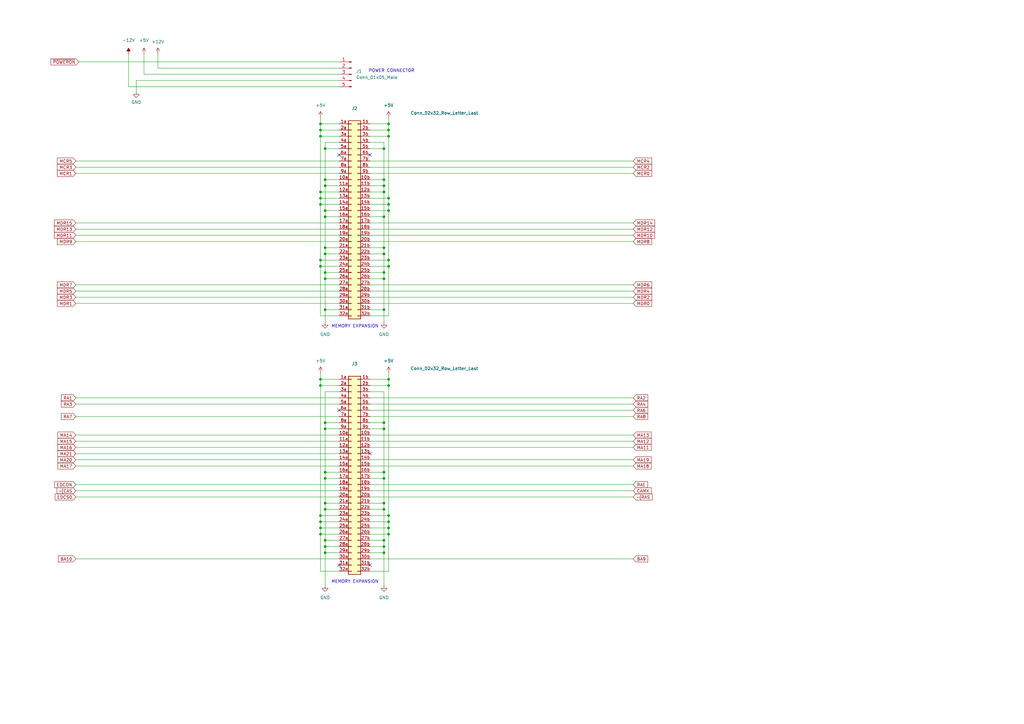
<source format=kicad_sch>
(kicad_sch (version 20211123) (generator eeschema)
  (paper "A3")
  (lib_symbols
    (symbol "Connector:Conn_01x05_Male" (pin_names (offset 1.016) hide)
      (property "Reference" "J" (at 0 7.62 0))
      (property "Value" "Conn_01x05_Male" (at 0 -7.62 0))
      (symbol "Conn_01x05_Male_1_1"
        (polyline (pts (xy 1.27 -5.08) (xy 0.8636 -5.08)) (stroke (width 0.1524)))
        (polyline (pts (xy 1.27 -2.54) (xy 0.8636 -2.54)) (stroke (width 0.1524)))
        (polyline (pts (xy 1.27 0) (xy 0.8636 0)) (stroke (width 0.1524)))
        (polyline (pts (xy 1.27 2.54) (xy 0.8636 2.54)) (stroke (width 0.1524)))
        (polyline (pts (xy 1.27 5.08) (xy 0.8636 5.08)) (stroke (width 0.1524)))
        (rectangle (start 0.8636 -4.953) (end 0 -5.207) (stroke (width 0.1524)) (fill (type outline)))
        (rectangle (start 0.8636 -2.413) (end 0 -2.667) (stroke (width 0.1524)) (fill (type outline)))
        (rectangle (start 0.8636 0.127) (end 0 -0.127) (stroke (width 0.1524)) (fill (type outline)))
        (rectangle (start 0.8636 2.667) (end 0 2.413) (stroke (width 0.1524)) (fill (type outline)))
        (rectangle (start 0.8636 5.207) (end 0 4.953) (stroke (width 0.1524)) (fill (type outline)))
        (pin passive line (at 5.08 5.08 180) (length 3.81) (name "Pin_1") (number "1"))
        (pin passive line (at 5.08 2.54 180) (length 3.81) (name "Pin_2") (number "2"))
        (pin passive line (at 5.08 0 180) (length 3.81) (name "Pin_3") (number "3"))
        (pin passive line (at 5.08 -2.54 180) (length 3.81) (name "Pin_4") (number "4"))
        (pin passive line (at 5.08 -5.08 180) (length 3.81) (name "Pin_5") (number "5"))
      )
    )
    (symbol "Connector_Generic:Conn_02x32_Row_Letter_Last" (pin_names (offset 1.016) hide)
      (property "Reference" "J" (at 1.27 40.64 0))
      (property "Value" "Conn_02x32_Row_Letter_Last" (at 1.27 -43.18 0))
      (symbol "Conn_02x32_Row_Letter_Last_1_1"
        (rectangle (start -1.27 -40.513) (end 0 -40.767) (stroke (width 0.1524)))
        (rectangle (start -1.27 -37.973) (end 0 -38.227) (stroke (width 0.1524)))
        (rectangle (start -1.27 -35.433) (end 0 -35.687) (stroke (width 0.1524)))
        (rectangle (start -1.27 -32.893) (end 0 -33.147) (stroke (width 0.1524)))
        (rectangle (start -1.27 -30.353) (end 0 -30.607) (stroke (width 0.1524)))
        (rectangle (start -1.27 -27.813) (end 0 -28.067) (stroke (width 0.1524)))
        (rectangle (start -1.27 -25.273) (end 0 -25.527) (stroke (width 0.1524)))
        (rectangle (start -1.27 -22.733) (end 0 -22.987) (stroke (width 0.1524)))
        (rectangle (start -1.27 -20.193) (end 0 -20.447) (stroke (width 0.1524)))
        (rectangle (start -1.27 -17.653) (end 0 -17.907) (stroke (width 0.1524)))
        (rectangle (start -1.27 -15.113) (end 0 -15.367) (stroke (width 0.1524)))
        (rectangle (start -1.27 -12.573) (end 0 -12.827) (stroke (width 0.1524)))
        (rectangle (start -1.27 -10.033) (end 0 -10.287) (stroke (width 0.1524)))
        (rectangle (start -1.27 -7.493) (end 0 -7.747) (stroke (width 0.1524)))
        (rectangle (start -1.27 -4.953) (end 0 -5.207) (stroke (width 0.1524)))
        (rectangle (start -1.27 -2.413) (end 0 -2.667) (stroke (width 0.1524)))
        (rectangle (start -1.27 0.127) (end 0 -0.127) (stroke (width 0.1524)))
        (rectangle (start -1.27 2.667) (end 0 2.413) (stroke (width 0.1524)))
        (rectangle (start -1.27 5.207) (end 0 4.953) (stroke (width 0.1524)))
        (rectangle (start -1.27 7.747) (end 0 7.493) (stroke (width 0.1524)))
        (rectangle (start -1.27 10.287) (end 0 10.033) (stroke (width 0.1524)))
        (rectangle (start -1.27 12.827) (end 0 12.573) (stroke (width 0.1524)))
        (rectangle (start -1.27 15.367) (end 0 15.113) (stroke (width 0.1524)))
        (rectangle (start -1.27 17.907) (end 0 17.653) (stroke (width 0.1524)))
        (rectangle (start -1.27 20.447) (end 0 20.193) (stroke (width 0.1524)))
        (rectangle (start -1.27 22.987) (end 0 22.733) (stroke (width 0.1524)))
        (rectangle (start -1.27 25.527) (end 0 25.273) (stroke (width 0.1524)))
        (rectangle (start -1.27 28.067) (end 0 27.813) (stroke (width 0.1524)))
        (rectangle (start -1.27 30.607) (end 0 30.353) (stroke (width 0.1524)))
        (rectangle (start -1.27 33.147) (end 0 32.893) (stroke (width 0.1524)))
        (rectangle (start -1.27 35.687) (end 0 35.433) (stroke (width 0.1524)))
        (rectangle (start -1.27 38.227) (end 0 37.973) (stroke (width 0.1524)))
        (rectangle (start -1.27 39.37) (end 3.81 -41.91) (stroke (width 0.254)) (fill (type background)))
        (rectangle (start 3.81 -40.513) (end 2.54 -40.767) (stroke (width 0.1524)))
        (rectangle (start 3.81 -37.973) (end 2.54 -38.227) (stroke (width 0.1524)))
        (rectangle (start 3.81 -35.433) (end 2.54 -35.687) (stroke (width 0.1524)))
        (rectangle (start 3.81 -32.893) (end 2.54 -33.147) (stroke (width 0.1524)))
        (rectangle (start 3.81 -30.353) (end 2.54 -30.607) (stroke (width 0.1524)))
        (rectangle (start 3.81 -27.813) (end 2.54 -28.067) (stroke (width 0.1524)))
        (rectangle (start 3.81 -25.273) (end 2.54 -25.527) (stroke (width 0.1524)))
        (rectangle (start 3.81 -22.733) (end 2.54 -22.987) (stroke (width 0.1524)))
        (rectangle (start 3.81 -20.193) (end 2.54 -20.447) (stroke (width 0.1524)))
        (rectangle (start 3.81 -17.653) (end 2.54 -17.907) (stroke (width 0.1524)))
        (rectangle (start 3.81 -15.113) (end 2.54 -15.367) (stroke (width 0.1524)))
        (rectangle (start 3.81 -12.573) (end 2.54 -12.827) (stroke (width 0.1524)))
        (rectangle (start 3.81 -10.033) (end 2.54 -10.287) (stroke (width 0.1524)))
        (rectangle (start 3.81 -7.493) (end 2.54 -7.747) (stroke (width 0.1524)))
        (rectangle (start 3.81 -4.953) (end 2.54 -5.207) (stroke (width 0.1524)))
        (rectangle (start 3.81 -2.413) (end 2.54 -2.667) (stroke (width 0.1524)))
        (rectangle (start 3.81 0.127) (end 2.54 -0.127) (stroke (width 0.1524)))
        (rectangle (start 3.81 2.667) (end 2.54 2.413) (stroke (width 0.1524)))
        (rectangle (start 3.81 5.207) (end 2.54 4.953) (stroke (width 0.1524)))
        (rectangle (start 3.81 7.747) (end 2.54 7.493) (stroke (width 0.1524)))
        (rectangle (start 3.81 10.287) (end 2.54 10.033) (stroke (width 0.1524)))
        (rectangle (start 3.81 12.827) (end 2.54 12.573) (stroke (width 0.1524)))
        (rectangle (start 3.81 15.367) (end 2.54 15.113) (stroke (width 0.1524)))
        (rectangle (start 3.81 17.907) (end 2.54 17.653) (stroke (width 0.1524)))
        (rectangle (start 3.81 20.447) (end 2.54 20.193) (stroke (width 0.1524)))
        (rectangle (start 3.81 22.987) (end 2.54 22.733) (stroke (width 0.1524)))
        (rectangle (start 3.81 25.527) (end 2.54 25.273) (stroke (width 0.1524)))
        (rectangle (start 3.81 28.067) (end 2.54 27.813) (stroke (width 0.1524)))
        (rectangle (start 3.81 30.607) (end 2.54 30.353) (stroke (width 0.1524)))
        (rectangle (start 3.81 33.147) (end 2.54 32.893) (stroke (width 0.1524)))
        (rectangle (start 3.81 35.687) (end 2.54 35.433) (stroke (width 0.1524)))
        (rectangle (start 3.81 38.227) (end 2.54 37.973) (stroke (width 0.1524)))
        (pin passive line (at -5.08 15.24 0) (length 3.81) (name "Pin_10a") (number "10a"))
        (pin passive line (at 7.62 15.24 180) (length 3.81) (name "Pin_10b") (number "10b"))
        (pin passive line (at -5.08 12.7 0) (length 3.81) (name "Pin_11a") (number "11a"))
        (pin passive line (at 7.62 12.7 180) (length 3.81) (name "Pin_11b") (number "11b"))
        (pin passive line (at -5.08 10.16 0) (length 3.81) (name "Pin_12a") (number "12a"))
        (pin passive line (at 7.62 10.16 180) (length 3.81) (name "Pin_12b") (number "12b"))
        (pin passive line (at -5.08 7.62 0) (length 3.81) (name "Pin_13a") (number "13a"))
        (pin passive line (at 7.62 7.62 180) (length 3.81) (name "Pin_13b") (number "13b"))
        (pin passive line (at -5.08 5.08 0) (length 3.81) (name "Pin_14a") (number "14a"))
        (pin passive line (at 7.62 5.08 180) (length 3.81) (name "Pin_14b") (number "14b"))
        (pin passive line (at -5.08 2.54 0) (length 3.81) (name "Pin_15a") (number "15a"))
        (pin passive line (at 7.62 2.54 180) (length 3.81) (name "Pin_15b") (number "15b"))
        (pin passive line (at -5.08 0 0) (length 3.81) (name "Pin_16a") (number "16a"))
        (pin passive line (at 7.62 0 180) (length 3.81) (name "Pin_16b") (number "16b"))
        (pin passive line (at -5.08 -2.54 0) (length 3.81) (name "Pin_17a") (number "17a"))
        (pin passive line (at 7.62 -2.54 180) (length 3.81) (name "Pin_17b") (number "17b"))
        (pin passive line (at -5.08 -5.08 0) (length 3.81) (name "Pin_18a") (number "18a"))
        (pin passive line (at 7.62 -5.08 180) (length 3.81) (name "Pin_18b") (number "18b"))
        (pin passive line (at -5.08 -7.62 0) (length 3.81) (name "Pin_19a") (number "19a"))
        (pin passive line (at 7.62 -7.62 180) (length 3.81) (name "Pin_19b") (number "19b"))
        (pin passive line (at -5.08 38.1 0) (length 3.81) (name "Pin_1a") (number "1a"))
        (pin passive line (at 7.62 38.1 180) (length 3.81) (name "Pin_1b") (number "1b"))
        (pin passive line (at -5.08 -10.16 0) (length 3.81) (name "Pin_20a") (number "20a"))
        (pin passive line (at 7.62 -10.16 180) (length 3.81) (name "Pin_20b") (number "20b"))
        (pin passive line (at -5.08 -12.7 0) (length 3.81) (name "Pin_21a") (number "21a"))
        (pin passive line (at 7.62 -12.7 180) (length 3.81) (name "Pin_21b") (number "21b"))
        (pin passive line (at -5.08 -15.24 0) (length 3.81) (name "Pin_22a") (number "22a"))
        (pin passive line (at 7.62 -15.24 180) (length 3.81) (name "Pin_22b") (number "22b"))
        (pin passive line (at -5.08 -17.78 0) (length 3.81) (name "Pin_23a") (number "23a"))
        (pin passive line (at 7.62 -17.78 180) (length 3.81) (name "Pin_23b") (number "23b"))
        (pin passive line (at -5.08 -20.32 0) (length 3.81) (name "Pin_24a") (number "24a"))
        (pin passive line (at 7.62 -20.32 180) (length 3.81) (name "Pin_24b") (number "24b"))
        (pin passive line (at -5.08 -22.86 0) (length 3.81) (name "Pin_25a") (number "25a"))
        (pin passive line (at 7.62 -22.86 180) (length 3.81) (name "Pin_25b") (number "25b"))
        (pin passive line (at -5.08 -25.4 0) (length 3.81) (name "Pin_26a") (number "26a"))
        (pin passive line (at 7.62 -25.4 180) (length 3.81) (name "Pin_26b") (number "26b"))
        (pin passive line (at -5.08 -27.94 0) (length 3.81) (name "Pin_27a") (number "27a"))
        (pin passive line (at 7.62 -27.94 180) (length 3.81) (name "Pin_27b") (number "27b"))
        (pin passive line (at -5.08 -30.48 0) (length 3.81) (name "Pin_28a") (number "28a"))
        (pin passive line (at 7.62 -30.48 180) (length 3.81) (name "Pin_28b") (number "28b"))
        (pin passive line (at -5.08 -33.02 0) (length 3.81) (name "Pin_29a") (number "29a"))
        (pin passive line (at 7.62 -33.02 180) (length 3.81) (name "Pin_29b") (number "29b"))
        (pin passive line (at -5.08 35.56 0) (length 3.81) (name "Pin_2a") (number "2a"))
        (pin passive line (at 7.62 35.56 180) (length 3.81) (name "Pin_2b") (number "2b"))
        (pin passive line (at -5.08 -35.56 0) (length 3.81) (name "Pin_30a") (number "30a"))
        (pin passive line (at 7.62 -35.56 180) (length 3.81) (name "Pin_30b") (number "30b"))
        (pin passive line (at -5.08 -38.1 0) (length 3.81) (name "Pin_31a") (number "31a"))
        (pin passive line (at 7.62 -38.1 180) (length 3.81) (name "Pin_31b") (number "31b"))
        (pin passive line (at -5.08 -40.64 0) (length 3.81) (name "Pin_32a") (number "32a"))
        (pin passive line (at 7.62 -40.64 180) (length 3.81) (name "Pin_32b") (number "32b"))
        (pin passive line (at -5.08 33.02 0) (length 3.81) (name "Pin_3a") (number "3a"))
        (pin passive line (at 7.62 33.02 180) (length 3.81) (name "Pin_3b") (number "3b"))
        (pin passive line (at -5.08 30.48 0) (length 3.81) (name "Pin_4a") (number "4a"))
        (pin passive line (at 7.62 30.48 180) (length 3.81) (name "Pin_4b") (number "4b"))
        (pin passive line (at -5.08 27.94 0) (length 3.81) (name "Pin_5a") (number "5a"))
        (pin passive line (at 7.62 27.94 180) (length 3.81) (name "Pin_5b") (number "5b"))
        (pin passive line (at -5.08 25.4 0) (length 3.81) (name "Pin_6a") (number "6a"))
        (pin passive line (at 7.62 25.4 180) (length 3.81) (name "Pin_6b") (number "6b"))
        (pin passive line (at -5.08 22.86 0) (length 3.81) (name "Pin_7a") (number "7a"))
        (pin passive line (at 7.62 22.86 180) (length 3.81) (name "Pin_7b") (number "7b"))
        (pin passive line (at -5.08 20.32 0) (length 3.81) (name "Pin_8a") (number "8a"))
        (pin passive line (at 7.62 20.32 180) (length 3.81) (name "Pin_8b") (number "8b"))
        (pin passive line (at -5.08 17.78 0) (length 3.81) (name "Pin_9a") (number "9a"))
        (pin passive line (at 7.62 17.78 180) (length 3.81) (name "Pin_9b") (number "9b"))
      )
    )
    (symbol "power:+12V" (power) (pin_names (offset 0))
      (property "Value" "+12V" (at 0 3.556 0))
      (symbol "+12V_0_1"
        (polyline (pts (xy -0.762 1.27) (xy 0 2.54)))
        (polyline (pts (xy 0 0) (xy 0 2.54)))
        (polyline (pts (xy 0 2.54) (xy 0.762 1.27)))
      )
      (symbol "+12V_1_1"
        (pin power_in line (at 0 0 90) (length 0) hide (name "+12V") (number "1"))
      )
    )
    (symbol "power:+5V" (power) (pin_names (offset 0))
      (property "Value" "+5V" (at 0 3.556 0))
      (symbol "+5V_0_1"
        (polyline (pts (xy -0.762 1.27) (xy 0 2.54)))
        (polyline (pts (xy 0 0) (xy 0 2.54)))
        (polyline (pts (xy 0 2.54) (xy 0.762 1.27)))
      )
      (symbol "+5V_1_1"
        (pin power_in line (at 0 0 90) (length 0) hide (name "+5V") (number "1"))
      )
    )
    (symbol "power:-12V" (power) (pin_names (offset 0))
      (property "Value" "-12V" (at 0 3.81 0))
      (symbol "-12V_0_0"
        (pin power_in line (at 0 0 90) (length 0) hide (name "-12V") (number "1"))
      )
      (symbol "-12V_0_1"
        (polyline (pts (xy 0 0) (xy 0 1.27) (xy 0.762 1.27) (xy 0 2.54) (xy -0.762 1.27) (xy 0 1.27)) (fill (type outline)))
      )
    )
    (symbol "power:GND" (power) (pin_names (offset 0))
      (property "Value" "GND" (at 0 -3.81 0))
      (symbol "GND_0_1"
        (polyline (pts (xy 0 0) (xy 0 -1.27) (xy 1.27 -1.27) (xy 0 -2.54) (xy -1.27 -1.27) (xy 0 -1.27)))
      )
      (symbol "GND_1_1"
        (pin power_in line (at 0 0 270) (length 0) hide (name "GND") (number "1"))
      )
    )
  )
  (junction (at 133.35 193.675))
  (junction (at 159.385 158.115))
  (junction (at 157.48 193.675))
  (junction (at 133.35 196.215))
  (junction (at 159.385 219.075))
  (junction (at 159.385 211.455))
  (junction (at 159.385 53.34))
  (junction (at 159.385 109.22))
  (junction (at 133.35 226.695))
  (junction (at 157.48 221.615))
  (junction (at 157.48 206.375))
  (junction (at 133.35 111.76))
  (junction (at 159.385 213.995))
  (junction (at 131.445 158.115))
  (junction (at 159.385 83.82))
  (junction (at 131.445 219.075))
  (junction (at 133.35 224.155))
  (junction (at 131.445 109.22))
  (junction (at 157.48 127))
  (junction (at 157.48 88.9))
  (junction (at 131.445 53.34))
  (junction (at 133.35 76.2))
  (junction (at 157.48 196.215))
  (junction (at 157.48 101.6))
  (junction (at 159.385 55.88))
  (junction (at 133.35 127))
  (junction (at 131.445 216.535))
  (junction (at 131.445 78.74))
  (junction (at 157.48 104.14))
  (junction (at 131.445 155.575))
  (junction (at 157.48 60.96))
  (junction (at 133.35 173.355))
  (junction (at 157.48 73.66))
  (junction (at 131.445 106.68))
  (junction (at 133.35 208.915))
  (junction (at 131.445 83.82))
  (junction (at 159.385 216.535))
  (junction (at 157.48 76.2))
  (junction (at 133.35 86.36))
  (junction (at 131.445 50.8))
  (junction (at 159.385 50.8))
  (junction (at 159.385 155.575))
  (junction (at 157.48 111.76))
  (junction (at 157.48 208.915))
  (junction (at 133.35 221.615))
  (junction (at 131.445 55.88))
  (junction (at 133.35 206.375))
  (junction (at 133.35 88.9))
  (junction (at 131.445 81.28))
  (junction (at 133.35 114.3))
  (junction (at 131.445 211.455))
  (junction (at 157.48 175.895))
  (junction (at 159.385 106.68))
  (junction (at 133.35 73.66))
  (junction (at 157.48 114.3))
  (junction (at 157.48 78.74))
  (junction (at 159.385 81.28))
  (junction (at 133.35 104.14))
  (junction (at 159.385 86.36))
  (junction (at 133.35 101.6))
  (junction (at 133.35 175.895))
  (junction (at 157.48 226.695))
  (junction (at 157.48 173.355))
  (junction (at 133.35 60.96))
  (junction (at 157.48 224.155))
  (junction (at 131.445 213.995))
  (no_connect (at 139.065 231.775))
  (no_connect (at 151.765 186.055))
  (no_connect (at 139.065 168.275))
  (no_connect (at 139.065 63.5))
  (no_connect (at 151.765 231.775))
  (no_connect (at 151.765 63.5))
  (wire (pts (xy 157.48 208.915) (xy 157.48 221.615)))
  (wire (pts (xy 133.35 111.76) (xy 133.35 104.14)))
  (wire (pts (xy 55.88 37.465) (xy 55.88 33.02)))
  (wire (pts (xy 159.385 86.36) (xy 159.385 83.82)))
  (wire (pts (xy 131.445 219.075) (xy 139.065 219.075)))
  (wire (pts (xy 151.765 224.155) (xy 157.48 224.155)))
  (wire (pts (xy 157.48 160.655) (xy 157.48 173.355)))
  (wire (pts (xy 151.765 78.74) (xy 157.48 78.74)))
  (wire (pts (xy 151.765 68.58) (xy 259.715 68.58)))
  (wire (pts (xy 59.055 30.48) (xy 139.065 30.48)))
  (wire (pts (xy 31.115 91.44) (xy 139.065 91.44)))
  (wire (pts (xy 151.765 198.755) (xy 259.715 198.755)))
  (wire (pts (xy 31.115 170.815) (xy 139.065 170.815)))
  (wire (pts (xy 151.765 109.22) (xy 159.385 109.22)))
  (wire (pts (xy 139.065 127) (xy 133.35 127)))
  (wire (pts (xy 151.765 165.735) (xy 259.715 165.735)))
  (wire (pts (xy 31.115 119.38) (xy 139.065 119.38)))
  (wire (pts (xy 151.765 60.96) (xy 157.48 60.96)))
  (wire (pts (xy 31.115 198.755) (xy 139.065 198.755)))
  (wire (pts (xy 157.48 111.76) (xy 157.48 114.3)))
  (wire (pts (xy 151.765 91.44) (xy 259.715 91.44)))
  (wire (pts (xy 151.765 53.34) (xy 159.385 53.34)))
  (wire (pts (xy 157.48 101.6) (xy 157.48 104.14)))
  (wire (pts (xy 151.765 50.8) (xy 159.385 50.8)))
  (wire (pts (xy 159.385 216.535) (xy 159.385 219.075)))
  (wire (pts (xy 133.35 193.675) (xy 133.35 196.215)))
  (wire (pts (xy 133.35 206.375) (xy 133.35 208.915)))
  (wire (pts (xy 159.385 83.82) (xy 159.385 81.28)))
  (wire (pts (xy 31.115 93.98) (xy 139.065 93.98)))
  (wire (pts (xy 151.765 96.52) (xy 259.715 96.52)))
  (wire (pts (xy 139.065 58.42) (xy 133.35 58.42)))
  (wire (pts (xy 131.445 81.28) (xy 139.065 81.28)))
  (wire (pts (xy 151.765 129.54) (xy 159.385 129.54)))
  (wire (pts (xy 151.765 99.06) (xy 259.715 99.06)))
  (wire (pts (xy 133.35 208.915) (xy 133.35 221.615)))
  (wire (pts (xy 151.765 158.115) (xy 159.385 158.115)))
  (wire (pts (xy 31.115 188.595) (xy 139.065 188.595)))
  (wire (pts (xy 131.445 78.74) (xy 139.065 78.74)))
  (wire (pts (xy 151.765 119.38) (xy 259.715 119.38)))
  (wire (pts (xy 31.115 191.135) (xy 139.065 191.135)))
  (wire (pts (xy 151.765 104.14) (xy 157.48 104.14)))
  (wire (pts (xy 157.48 76.2) (xy 157.48 78.74)))
  (wire (pts (xy 131.445 213.995) (xy 139.065 213.995)))
  (wire (pts (xy 157.48 58.42) (xy 157.48 60.96)))
  (wire (pts (xy 151.765 160.655) (xy 157.48 160.655)))
  (wire (pts (xy 159.385 106.68) (xy 159.385 86.36)))
  (wire (pts (xy 151.765 76.2) (xy 157.48 76.2)))
  (wire (pts (xy 32.385 25.4) (xy 139.065 25.4)))
  (wire (pts (xy 159.385 109.22) (xy 159.385 106.68)))
  (wire (pts (xy 151.765 229.235) (xy 259.715 229.235)))
  (wire (pts (xy 159.385 50.8) (xy 159.385 53.34)))
  (wire (pts (xy 139.065 160.655) (xy 133.35 160.655)))
  (wire (pts (xy 31.115 229.235) (xy 139.065 229.235)))
  (wire (pts (xy 151.765 155.575) (xy 159.385 155.575)))
  (wire (pts (xy 133.35 73.66) (xy 133.35 76.2)))
  (wire (pts (xy 139.065 114.3) (xy 133.35 114.3)))
  (wire (pts (xy 131.445 109.22) (xy 139.065 109.22)))
  (wire (pts (xy 131.445 53.34) (xy 131.445 55.88)))
  (wire (pts (xy 133.35 206.375) (xy 139.065 206.375)))
  (wire (pts (xy 159.385 211.455) (xy 159.385 213.995)))
  (wire (pts (xy 159.385 158.115) (xy 159.385 211.455)))
  (wire (pts (xy 131.445 106.68) (xy 139.065 106.68)))
  (wire (pts (xy 151.765 180.975) (xy 259.715 180.975)))
  (wire (pts (xy 133.35 208.915) (xy 139.065 208.915)))
  (wire (pts (xy 151.765 55.88) (xy 159.385 55.88)))
  (wire (pts (xy 131.445 153.035) (xy 131.445 155.575)))
  (wire (pts (xy 159.385 219.075) (xy 159.385 234.315)))
  (wire (pts (xy 133.35 60.96) (xy 133.35 73.66)))
  (wire (pts (xy 133.35 173.355) (xy 139.065 173.355)))
  (wire (pts (xy 151.765 81.28) (xy 159.385 81.28)))
  (wire (pts (xy 151.765 216.535) (xy 159.385 216.535)))
  (wire (pts (xy 139.065 88.9) (xy 133.35 88.9)))
  (wire (pts (xy 131.445 55.88) (xy 139.065 55.88)))
  (wire (pts (xy 31.115 163.195) (xy 139.065 163.195)))
  (wire (pts (xy 133.35 193.675) (xy 139.065 193.675)))
  (wire (pts (xy 133.35 114.3) (xy 133.35 111.76)))
  (wire (pts (xy 139.065 111.76) (xy 133.35 111.76)))
  (wire (pts (xy 31.115 186.055) (xy 139.065 186.055)))
  (wire (pts (xy 31.115 121.92) (xy 139.065 121.92)))
  (wire (pts (xy 131.445 109.22) (xy 131.445 129.54)))
  (wire (pts (xy 151.765 168.275) (xy 259.715 168.275)))
  (wire (pts (xy 151.765 106.68) (xy 159.385 106.68)))
  (wire (pts (xy 131.445 81.28) (xy 131.445 83.82)))
  (wire (pts (xy 157.48 127) (xy 157.48 114.3)))
  (wire (pts (xy 139.065 104.14) (xy 133.35 104.14)))
  (wire (pts (xy 133.35 221.615) (xy 139.065 221.615)))
  (wire (pts (xy 133.35 226.695) (xy 139.065 226.695)))
  (wire (pts (xy 159.385 234.315) (xy 151.765 234.315)))
  (wire (pts (xy 131.445 83.82) (xy 131.445 106.68)))
  (wire (pts (xy 133.35 173.355) (xy 133.35 175.895)))
  (wire (pts (xy 133.35 127) (xy 133.35 132.08)))
  (wire (pts (xy 133.35 221.615) (xy 133.35 224.155)))
  (wire (pts (xy 157.48 127) (xy 157.48 132.08)))
  (wire (pts (xy 151.765 124.46) (xy 259.715 124.46)))
  (wire (pts (xy 64.77 27.94) (xy 139.065 27.94)))
  (wire (pts (xy 133.35 76.2) (xy 139.065 76.2)))
  (wire (pts (xy 151.765 71.12) (xy 259.715 71.12)))
  (wire (pts (xy 131.445 50.8) (xy 131.445 53.34)))
  (wire (pts (xy 151.765 211.455) (xy 159.385 211.455)))
  (wire (pts (xy 157.48 175.895) (xy 157.48 193.675)))
  (wire (pts (xy 133.35 196.215) (xy 139.065 196.215)))
  (wire (pts (xy 131.445 78.74) (xy 131.445 81.28)))
  (wire (pts (xy 133.35 226.695) (xy 133.35 240.03)))
  (wire (pts (xy 151.765 116.84) (xy 259.715 116.84)))
  (wire (pts (xy 151.765 121.92) (xy 259.715 121.92)))
  (wire (pts (xy 133.35 88.9) (xy 133.35 86.36)))
  (wire (pts (xy 133.35 58.42) (xy 133.35 60.96)))
  (wire (pts (xy 157.48 114.3) (xy 151.765 114.3)))
  (wire (pts (xy 157.48 196.215) (xy 157.48 206.375)))
  (wire (pts (xy 157.48 104.14) (xy 157.48 111.76)))
  (wire (pts (xy 31.115 68.58) (xy 139.065 68.58)))
  (wire (pts (xy 31.115 116.84) (xy 139.065 116.84)))
  (wire (pts (xy 133.35 73.66) (xy 139.065 73.66)))
  (wire (pts (xy 151.765 206.375) (xy 157.48 206.375)))
  (wire (pts (xy 151.765 191.135) (xy 259.715 191.135)))
  (wire (pts (xy 31.115 178.435) (xy 139.065 178.435)))
  (wire (pts (xy 151.765 221.615) (xy 157.48 221.615)))
  (wire (pts (xy 31.115 124.46) (xy 139.065 124.46)))
  (wire (pts (xy 133.35 88.9) (xy 133.35 101.6)))
  (wire (pts (xy 131.445 158.115) (xy 139.065 158.115)))
  (wire (pts (xy 151.765 93.98) (xy 259.715 93.98)))
  (wire (pts (xy 151.765 178.435) (xy 259.715 178.435)))
  (wire (pts (xy 159.385 213.995) (xy 159.385 216.535)))
  (wire (pts (xy 131.445 213.995) (xy 131.445 216.535)))
  (wire (pts (xy 159.385 55.88) (xy 159.385 81.28)))
  (wire (pts (xy 159.385 53.34) (xy 159.385 55.88)))
  (wire (pts (xy 151.765 193.675) (xy 157.48 193.675)))
  (wire (pts (xy 151.765 73.66) (xy 157.48 73.66)))
  (wire (pts (xy 133.35 175.895) (xy 133.35 193.675)))
  (wire (pts (xy 151.765 208.915) (xy 157.48 208.915)))
  (wire (pts (xy 133.35 127) (xy 133.35 114.3)))
  (wire (pts (xy 157.48 88.9) (xy 157.48 101.6)))
  (wire (pts (xy 131.445 53.34) (xy 139.065 53.34)))
  (wire (pts (xy 131.445 106.68) (xy 131.445 109.22)))
  (wire (pts (xy 151.765 86.36) (xy 159.385 86.36)))
  (wire (pts (xy 151.765 213.995) (xy 159.385 213.995)))
  (wire (pts (xy 159.385 155.575) (xy 159.385 158.115)))
  (wire (pts (xy 151.765 111.76) (xy 157.48 111.76)))
  (wire (pts (xy 151.765 66.04) (xy 259.715 66.04)))
  (wire (pts (xy 151.765 175.895) (xy 157.48 175.895)))
  (wire (pts (xy 151.765 101.6) (xy 157.48 101.6)))
  (wire (pts (xy 157.48 78.74) (xy 157.48 88.9)))
  (wire (pts (xy 131.445 219.075) (xy 131.445 234.315)))
  (wire (pts (xy 133.35 60.96) (xy 139.065 60.96)))
  (wire (pts (xy 131.445 155.575) (xy 139.065 155.575)))
  (wire (pts (xy 131.445 216.535) (xy 131.445 219.075)))
  (wire (pts (xy 31.115 66.04) (xy 139.065 66.04)))
  (wire (pts (xy 157.48 173.355) (xy 157.48 175.895)))
  (wire (pts (xy 151.765 58.42) (xy 157.48 58.42)))
  (wire (pts (xy 159.385 48.26) (xy 159.385 50.8)))
  (wire (pts (xy 151.765 83.82) (xy 159.385 83.82)))
  (wire (pts (xy 55.88 33.02) (xy 139.065 33.02)))
  (wire (pts (xy 151.765 203.835) (xy 259.715 203.835)))
  (wire (pts (xy 31.115 71.12) (xy 139.065 71.12)))
  (wire (pts (xy 31.115 165.735) (xy 139.065 165.735)))
  (wire (pts (xy 31.115 96.52) (xy 139.065 96.52)))
  (wire (pts (xy 157.48 193.675) (xy 157.48 196.215)))
  (wire (pts (xy 131.445 211.455) (xy 131.445 213.995)))
  (wire (pts (xy 139.065 86.36) (xy 133.35 86.36)))
  (wire (pts (xy 157.48 60.96) (xy 157.48 73.66)))
  (wire (pts (xy 157.48 224.155) (xy 157.48 226.695)))
  (wire (pts (xy 159.385 129.54) (xy 159.385 109.22)))
  (wire (pts (xy 159.385 153.035) (xy 159.385 155.575)))
  (wire (pts (xy 31.115 180.975) (xy 139.065 180.975)))
  (wire (pts (xy 31.115 183.515) (xy 139.065 183.515)))
  (wire (pts (xy 133.35 101.6) (xy 139.065 101.6)))
  (wire (pts (xy 131.445 234.315) (xy 139.065 234.315)))
  (wire (pts (xy 133.35 224.155) (xy 133.35 226.695)))
  (wire (pts (xy 64.77 22.225) (xy 64.77 27.94)))
  (wire (pts (xy 157.48 221.615) (xy 157.48 224.155)))
  (wire (pts (xy 131.445 155.575) (xy 131.445 158.115)))
  (wire (pts (xy 131.445 83.82) (xy 139.065 83.82)))
  (wire (pts (xy 151.765 201.295) (xy 259.715 201.295)))
  (wire (pts (xy 31.115 203.835) (xy 139.065 203.835)))
  (wire (pts (xy 133.35 196.215) (xy 133.35 206.375)))
  (wire (pts (xy 131.445 48.26) (xy 131.445 50.8)))
  (wire (pts (xy 151.765 88.9) (xy 157.48 88.9)))
  (wire (pts (xy 151.765 163.195) (xy 259.715 163.195)))
  (wire (pts (xy 151.765 226.695) (xy 157.48 226.695)))
  (wire (pts (xy 151.765 219.075) (xy 159.385 219.075)))
  (wire (pts (xy 52.705 35.56) (xy 139.065 35.56)))
  (wire (pts (xy 131.445 55.88) (xy 131.445 78.74)))
  (wire (pts (xy 131.445 216.535) (xy 139.065 216.535)))
  (wire (pts (xy 131.445 50.8) (xy 139.065 50.8)))
  (wire (pts (xy 151.765 173.355) (xy 157.48 173.355)))
  (wire (pts (xy 157.48 226.695) (xy 157.48 240.03)))
  (wire (pts (xy 157.48 206.375) (xy 157.48 208.915)))
  (wire (pts (xy 133.35 224.155) (xy 139.065 224.155)))
  (wire (pts (xy 133.35 76.2) (xy 133.35 86.36)))
  (wire (pts (xy 59.055 22.225) (xy 59.055 30.48)))
  (wire (pts (xy 31.115 201.295) (xy 139.065 201.295)))
  (wire (pts (xy 151.765 196.215) (xy 157.48 196.215)))
  (wire (pts (xy 151.765 127) (xy 157.48 127)))
  (wire (pts (xy 133.35 175.895) (xy 139.065 175.895)))
  (wire (pts (xy 52.705 22.225) (xy 52.705 35.56)))
  (wire (pts (xy 133.35 160.655) (xy 133.35 173.355)))
  (wire (pts (xy 131.445 129.54) (xy 139.065 129.54)))
  (wire (pts (xy 151.765 170.815) (xy 259.715 170.815)))
  (wire (pts (xy 151.765 183.515) (xy 259.715 183.515)))
  (wire (pts (xy 131.445 158.115) (xy 131.445 211.455)))
  (wire (pts (xy 31.115 99.06) (xy 139.065 99.06)))
  (wire (pts (xy 131.445 211.455) (xy 139.065 211.455)))
  (wire (pts (xy 151.765 188.595) (xy 259.715 188.595)))
  (wire (pts (xy 133.35 101.6) (xy 133.35 104.14)))
  (wire (pts (xy 157.48 73.66) (xy 157.48 76.2)))
  (text "POWER CONNECTOR\n" (at 151.13 29.845 0) (effects (font (size 1.27 1.27)) (justify left bottom)))
  (text "MEMORY EXPANSION" (at 135.89 239.395 0) (effects (font (size 1.27 1.27)) (justify left bottom)))
  (text "MEMORY EXPANSION" (at 135.89 134.62 0) (effects (font (size 1.27 1.27)) (justify left bottom)))
  (global_label "MCR0" (shape input) (at 259.715 71.12 0) (property "Intersheet References" "${INTERSHEET_REFS}" (effects hide)))
  (global_label "RA2" (shape input) (at 259.715 163.195 0) (property "Intersheet References" "${INTERSHEET_REFS}" (effects hide)))
  (global_label "MCR4" (shape input) (at 259.715 66.04 0) (property "Intersheet References" "${INTERSHEET_REFS}" (effects hide)))
  (global_label "MDR14" (shape input) (at 259.715 91.44 0) (property "Intersheet References" "${INTERSHEET_REFS}" (effects hide)))
  (global_label "RA1" (shape input) (at 31.115 163.195 180) (property "Intersheet References" "${INTERSHEET_REFS}" (effects hide)))
  (global_label "MDR0" (shape input) (at 259.715 124.46 0) (property "Intersheet References" "${INTERSHEET_REFS}" (effects hide)))
  (global_label "MDR3" (shape input) (at 31.115 121.92 180) (property "Intersheet References" "${INTERSHEET_REFS}" (effects hide)))
  (global_label "MA15" (shape input) (at 31.115 180.975 180) (property "Intersheet References" "${INTERSHEET_REFS}" (effects hide)))
  (global_label "MA12" (shape input) (at 259.715 180.975 0) (property "Intersheet References" "${INTERSHEET_REFS}" (effects hide)))
  (global_label "~{RAS" (shape input) (at 259.715 203.835 0) (property "Intersheet References" "${INTERSHEET_REFS}" (effects hide)))
  (global_label "~{CAS" (shape input) (at 31.115 201.295 180) (property "Intersheet References" "${INTERSHEET_REFS}" (effects hide)))
  (global_label "EDCS0" (shape input) (at 31.115 203.835 180) (property "Intersheet References" "${INTERSHEET_REFS}" (effects hide)))
  (global_label "RA8" (shape input) (at 259.715 170.815 0) (property "Intersheet References" "${INTERSHEET_REFS}" (effects hide)))
  (global_label "MA11" (shape input) (at 259.715 183.515 0) (property "Intersheet References" "${INTERSHEET_REFS}" (effects hide)))
  (global_label "MCR2" (shape input) (at 259.715 68.58 0) (property "Intersheet References" "${INTERSHEET_REFS}" (effects hide)))
  (global_label "~{POWERON}" (shape input) (at 32.385 25.4 180) (property "Intersheet References" "${INTERSHEET_REFS}" (effects hide)))
  (global_label "MCR1" (shape input) (at 31.115 71.12 180) (property "Intersheet References" "${INTERSHEET_REFS}" (effects hide)))
  (global_label "MDR7" (shape input) (at 31.115 116.84 180) (property "Intersheet References" "${INTERSHEET_REFS}" (effects hide)))
  (global_label "RA4" (shape input) (at 259.715 165.735 0) (property "Intersheet References" "${INTERSHEET_REFS}" (effects hide)))
  (global_label "MDR2" (shape input) (at 259.715 121.92 0) (property "Intersheet References" "${INTERSHEET_REFS}" (effects hide)))
  (global_label "BA10" (shape input) (at 31.115 229.235 180) (property "Intersheet References" "${INTERSHEET_REFS}" (effects hide)))
  (global_label "MA19" (shape input) (at 259.715 188.595 0) (property "Intersheet References" "${INTERSHEET_REFS}" (effects hide)))
  (global_label "MCR3" (shape input) (at 31.115 68.58 180) (property "Intersheet References" "${INTERSHEET_REFS}" (effects hide)))
  (global_label "MA13" (shape input) (at 259.715 178.435 0) (property "Intersheet References" "${INTERSHEET_REFS}" (effects hide)))
  (global_label "BA9" (shape input) (at 259.715 229.235 0) (property "Intersheet References" "${INTERSHEET_REFS}" (effects hide)))
  (global_label "MDR10" (shape input) (at 259.715 96.52 0) (property "Intersheet References" "${INTERSHEET_REFS}" (effects hide)))
  (global_label "MCR5" (shape input) (at 31.115 66.04 180) (property "Intersheet References" "${INTERSHEET_REFS}" (effects hide)))
  (global_label "RAE" (shape input) (at 259.715 198.755 0) (property "Intersheet References" "${INTERSHEET_REFS}" (effects hide)))
  (global_label "MA20" (shape input) (at 31.115 188.595 180) (property "Intersheet References" "${INTERSHEET_REFS}" (effects hide)))
  (global_label "MDR6" (shape input) (at 259.715 116.84 0) (property "Intersheet References" "${INTERSHEET_REFS}" (effects hide)))
  (global_label "MDR4" (shape input) (at 259.715 119.38 0) (property "Intersheet References" "${INTERSHEET_REFS}" (effects hide)))
  (global_label "MDR8" (shape input) (at 259.715 99.06 0) (property "Intersheet References" "${INTERSHEET_REFS}" (effects hide)))
  (global_label "MDR9" (shape input) (at 31.115 99.06 180) (property "Intersheet References" "${INTERSHEET_REFS}" (effects hide)))
  (global_label "MDR1" (shape input) (at 31.115 124.46 180) (property "Intersheet References" "${INTERSHEET_REFS}" (effects hide)))
  (global_label "RA3" (shape input) (at 31.115 165.735 180) (property "Intersheet References" "${INTERSHEET_REFS}" (effects hide)))
  (global_label "MDR5" (shape input) (at 31.115 119.38 180) (property "Intersheet References" "${INTERSHEET_REFS}" (effects hide)))
  (global_label "MDR13" (shape input) (at 31.115 93.98 180) (property "Intersheet References" "${INTERSHEET_REFS}" (effects hide)))
  (global_label "MDR15" (shape input) (at 31.115 91.44 180) (property "Intersheet References" "${INTERSHEET_REFS}" (effects hide)))
  (global_label "CAMX" (shape input) (at 259.715 201.295 0) (property "Intersheet References" "${INTERSHEET_REFS}" (effects hide)))
  (global_label "MA21" (shape input) (at 31.115 186.055 180) (property "Intersheet References" "${INTERSHEET_REFS}" (effects hide)))
  (global_label "MA18" (shape input) (at 259.715 191.135 0) (property "Intersheet References" "${INTERSHEET_REFS}" (effects hide)))
  (global_label "RA7" (shape input) (at 31.115 170.815 180) (property "Intersheet References" "${INTERSHEET_REFS}" (effects hide)))
  (global_label "MA14" (shape input) (at 31.115 178.435 180) (property "Intersheet References" "${INTERSHEET_REFS}" (effects hide)))
  (global_label "MA17" (shape input) (at 31.115 191.135 180) (property "Intersheet References" "${INTERSHEET_REFS}" (effects hide)))
  (global_label "RA6" (shape input) (at 259.715 168.275 0) (property "Intersheet References" "${INTERSHEET_REFS}" (effects hide)))
  (global_label "MDR11" (shape input) (at 31.115 96.52 180) (property "Intersheet References" "${INTERSHEET_REFS}" (effects hide)))
  (global_label "EDCON" (shape input) (at 31.115 198.755 180) (property "Intersheet References" "${INTERSHEET_REFS}" (effects hide)))
  (global_label "MDR12" (shape input) (at 259.715 93.98 0) (property "Intersheet References" "${INTERSHEET_REFS}" (effects hide)))
  (global_label "MA16" (shape input) (at 31.115 183.515 180) (property "Intersheet References" "${INTERSHEET_REFS}" (effects hide)))
  (symbol (lib_id "power:+5V") (at 159.385 153.035 0) (unit 1)
    (property "Reference" "#PWR024" (effects hide))
    (property "Value" "+5V" (at 159.385 147.955 0))
  )
  (symbol (lib_id "Connector_Generic:Conn_02x32_Row_Letter_Last") (at 144.145 88.9 0) (unit 1)
    (property "Reference" "J2" (at 145.415 44.45 0))
    (property "Value" "Conn_02x32_Row_Letter_Last" (at 182.245 46.355 0))
  )
  (symbol (lib_id "power:+5V") (at 159.385 48.26 0) (unit 1)
    (property "Reference" "#PWR023" (effects hide))
    (property "Value" "+5V" (at 159.385 43.18 0))
  )
  (symbol (lib_id "power:GND") (at 157.48 132.08 0) (unit 1)
    (property "Reference" "#PWR021" (effects hide))
    (property "Value" "GND" (at 157.48 137.16 0))
  )
  (symbol (lib_id "power:GND") (at 157.48 240.03 0) (unit 1)
    (property "Reference" "#PWR022" (effects hide))
    (property "Value" "GND" (at 157.48 245.11 0))
  )
  (symbol (lib_id "Connector_Generic:Conn_02x32_Row_Letter_Last") (at 144.145 193.675 0) (unit 1)
    (property "Reference" "J3" (at 145.415 149.225 0))
    (property "Value" "Conn_02x32_Row_Letter_Last" (at 182.245 151.13 0))
  )
  (symbol (lib_id "power:GND") (at 133.35 132.08 0) (unit 1)
    (property "Reference" "#PWR019" (effects hide))
    (property "Value" "GND" (at 133.35 137.16 0))
  )
  (symbol (lib_id "power:+5V") (at 59.055 22.225 0) (unit 1)
    (property "Reference" "#PWR015" (effects hide))
    (property "Value" "+5V" (at 59.055 16.51 0))
  )
  (symbol (lib_id "power:GND") (at 55.88 37.465 0) (unit 1)
    (property "Reference" "#PWR014" (effects hide))
    (property "Value" "GND" (at 55.88 41.91 0))
  )
  (symbol (lib_id "power:+5V") (at 131.445 48.26 0) (unit 1)
    (property "Reference" "#PWR017" (effects hide))
    (property "Value" "+5V" (at 131.445 43.18 0))
  )
  (symbol (lib_id "power:GND") (at 133.35 240.03 0) (unit 1)
    (property "Reference" "#PWR020" (effects hide))
    (property "Value" "GND" (at 133.35 245.11 0))
  )
  (symbol (lib_id "Connector:Conn_01x05_Male") (at 144.145 30.48 0) (mirror y) (unit 1)
    (property "Reference" "J1" (at 146.05 29.2099 0) (effects (justify right)))
    (property "Value" "Conn_01x05_Male" (at 146.05 31.7499 0) (effects (justify right)))
  )
  (symbol (lib_id "power:+5V") (at 131.445 153.035 0) (unit 1)
    (property "Reference" "#PWR018" (effects hide))
    (property "Value" "+5V" (at 131.445 147.955 0))
  )
  (symbol (lib_id "power:+12V") (at 64.77 22.225 0) (unit 1)
    (property "Reference" "#PWR016" (effects hide))
    (property "Value" "+12V" (at 64.77 17.145 0))
  )
  (symbol (lib_id "power:-12V") (at 52.705 22.225 0) (unit 1)
    (property "Reference" "#PWR013" (effects hide))
    (property "Value" "-12V" (at 52.705 16.51 0))
  )
)
</source>
